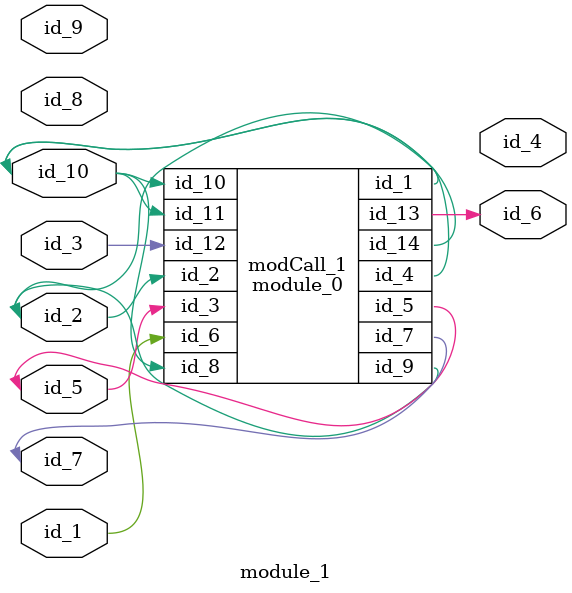
<source format=v>
module module_0 (
    id_1,
    id_2,
    id_3,
    id_4,
    id_5,
    id_6,
    id_7,
    id_8,
    id_9,
    id_10,
    id_11,
    id_12,
    id_13,
    id_14
);
  inout wire id_14;
  output wire id_13;
  input wire id_12;
  input wire id_11;
  input wire id_10;
  output wire id_9;
  input wire id_8;
  inout wire id_7;
  input wire id_6;
  inout wire id_5;
  output wire id_4;
  input wire id_3;
  input wire id_2;
  output wire id_1;
endmodule
module module_1 (
    id_1,
    id_2,
    id_3,
    id_4,
    id_5,
    id_6,
    id_7,
    id_8,
    id_9,
    id_10
);
  inout wire id_10;
  input wire id_9;
  inout wire id_8;
  inout wire id_7;
  output wire id_6;
  inout wire id_5;
  output wire id_4;
  input wire id_3;
  inout wire id_2;
  input wire id_1;
  `define pp_11 0
  module_0 modCall_1 (
      id_2,
      id_2,
      id_5,
      id_10,
      id_5,
      id_1,
      id_7,
      id_10,
      id_2,
      id_10,
      id_10,
      id_3,
      id_6,
      id_10
  );
endmodule

</source>
